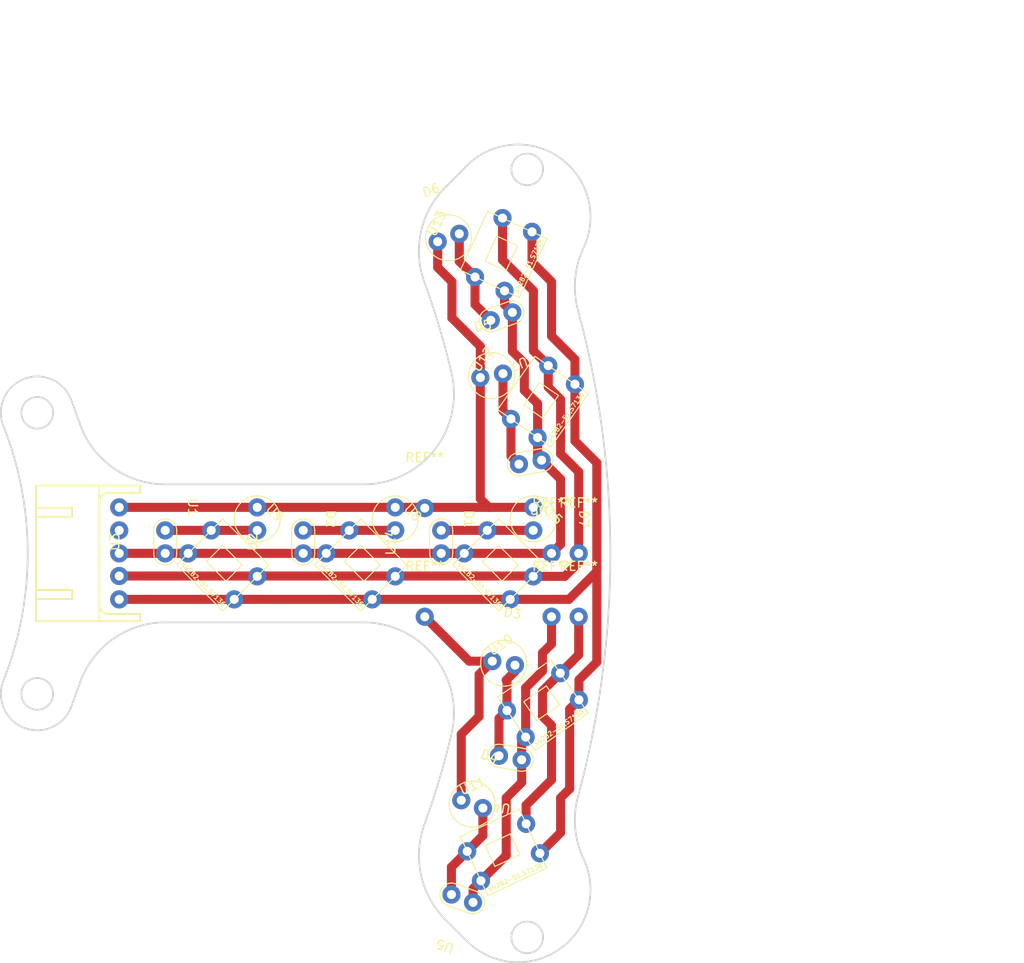
<source format=kicad_pcb>
(kicad_pcb (version 20211014) (generator pcbnew)
  (layers (0 "F.Cu" signal) (31 "B.Cu" signal) (34 "B.Paste" user) (35 "F.Paste" user) (36 "B.SilkS" user "B.Silkscreen") (37 "F.SilkS" user "F.Silkscreen") (38 "B.Mask" user) (39 "F.Mask" user) (44 "Edge.Cuts" user))
  (net 0 "")
  (net 1 "LINE_LED")
  (net 2 "Net-(D1-Pad2)")
  (net 3 "Net-(D2-Pad2)")
  (net 4 "Net-(D3-Pad2)")
  (net 5 "Net-(D4-Pad2)")
  (net 6 "Net-(D5-Pad2)")
  (net 7 "Net-(D6-Pad2)")
  (net 9 "+5V")
  (net 10 "GND")
  (net 11 "LINE_data")
  (net 12 "Net-(D7-Pad2)")
  (footprint "自分のフットプリント:S4282-51,S7136" (layer "F.Cu") (at 65.078154 -4.118153 -45)
    (fp_text reference "U9" (at 0 -0.5 -45 unlocked) (layer "F.SilkS"))
    (fp_text value "S1")
    (fp_text user "S4282-51,S7136" (at 0 10.668 -45 unlocked) (layer "F.SilkS") (effects (font (size 0.5 0.5) (thickness 0.1))))
    (fp_line (start 3.592102 11.212102) (end -3.592102 11.212102) (layer "F.SilkS") (width 0.12))
    (fp_line (start -3.592102 4.027898) (end 3.592102 4.027898) (layer "F.SilkS") (width 0.12))
    (fp_line (start -3.592102 11.212102) (end -3.592102 4.027898) (layer "F.SilkS") (width 0.12))
    (fp_line (start 3.592102 4.027898) (end 3.592102 11.212102) (layer "F.SilkS") (width 0.12))
    (fp_rect (start -1.524 6.096) (end 1.524 8.636) (layer "F.SilkS") (width 0.12) (fill none))
    (pad "1" thru_hole circle (at -3.592102 5.823949) (size 2 2) (drill 1) (layers *.Cu *.Mask) (net 3 "Net-(D2-Pad2)"))
    (pad "2" thru_hole circle (at -3.592102 9.416051) (size 2 2) (drill 1) (layers *.Cu *.Mask) (net 9 "+5V"))
    (pad "3" thru_hole circle (at 3.592102 9.416051) (size 2 2) (drill 1) (layers *.Cu *.Mask) (net 11 "LINE_data"))
    (pad "4" thru_hole circle (at 3.592102 5.823949) (size 2 2) (drill 1) (layers *.Cu *.Mask) (net 10 "GND"))
  )
  (footprint "自分のフットプリント:S4282-51,S7136" (layer "F.Cu") (at 83.793065 -36.232134 65)
    (fp_text reference "U13" (at 0 -0.5 65 unlocked) (layer "F.SilkS"))
    (fp_text value "S1")
    (fp_text user "S4282-51,S7136" (at 0 10.668 65 unlocked) (layer "F.SilkS") (effects (font (size 0.5 0.5) (thickness 0.1))))
    (fp_line (start -3.592102 4.027898) (end 3.592102 4.027898) (layer "F.SilkS") (width 0.12))
    (fp_line (start 3.592102 11.212102) (end -3.592102 11.212102) (layer "F.SilkS") (width 0.12))
    (fp_line (start -3.592102 11.212102) (end -3.592102 4.027898) (layer "F.SilkS") (width 0.12))
    (fp_line (start 3.592102 4.027898) (end 3.592102 11.212102) (layer "F.SilkS") (width 0.12))
    (fp_rect (start -1.524 6.096) (end 1.524 8.636) (layer "F.SilkS") (width 0.12) (fill none))
    (pad "1" thru_hole circle (at -3.592102 5.823949 110) (size 2 2) (drill 1) (layers *.Cu *.Mask) (net 7 "Net-(D6-Pad2)"))
    (pad "2" thru_hole circle (at -3.592102 9.416051 110) (size 2 2) (drill 1) (layers *.Cu *.Mask) (net 9 "+5V"))
    (pad "3" thru_hole circle (at 3.592102 9.416051 110) (size 2 2) (drill 1) (layers *.Cu *.Mask) (net 11 "LINE_data"))
    (pad "4" thru_hole circle (at 3.592102 5.823949 110) (size 2 2) (drill 1) (layers *.Cu *.Mask) (net 10 "GND"))
  )
  (footprint "自分のフットプリント:S4282-51,S7136" (layer "F.Cu") (at 80.318153 -4.118154 -45)
    (fp_text reference "U8" (at 0 -0.5 -45 unlocked) (layer "F.SilkS"))
    (fp_text value "S0")
    (fp_text user "S4282-51,S7136" (at 0 10.668 -45 unlocked) (layer "F.SilkS") (effects (font (size 0.5 0.5) (thickness 0.1))))
    (fp_line (start 3.592102 4.027898) (end 3.592102 11.212102) (layer "F.SilkS") (width 0.12))
    (fp_line (start 3.592102 11.212102) (end -3.592102 11.212102) (layer "F.SilkS") (width 0.12))
    (fp_line (start -3.592102 11.212102) (end -3.592102 4.027898) (layer "F.SilkS") (width 0.12))
    (fp_line (start -3.592102 4.027898) (end 3.592102 4.027898) (layer "F.SilkS") (width 0.12))
    (fp_rect (start -1.524 6.096) (end 1.524 8.636) (layer "F.SilkS") (width 0.12) (fill none))
    (pad "1" thru_hole circle (at -3.592102 5.823949) (size 2 2) (drill 1) (layers *.Cu *.Mask) (net 2 "Net-(D1-Pad2)"))
    (pad "2" thru_hole circle (at -3.592102 9.416051) (size 2 2) (drill 1) (layers *.Cu *.Mask) (net 9 "+5V"))
    (pad "3" thru_hole circle (at 3.592102 9.416051) (size 2 2) (drill 1) (layers *.Cu *.Mask) (net 11 "LINE_data"))
    (pad "4" thru_hole circle (at 3.592102 5.823949) (size 2 2) (drill 1) (layers *.Cu *.Mask) (net 10 "GND"))
  )
  (footprint "自分のフットプリント:LED" (layer "F.Cu") (at 91.594552 7.123448 -10)
    (fp_text reference "D3" (at 0 -0.5 -10 unlocked) (layer "F.SilkS"))
    (fp_text value "LED")
    (fp_circle (center 0 5.08) (end 0 2.54) (layer "F.SilkS") (width 0.12) (fill none))
    (pad "1" thru_hole circle (at -1.27 5.08 350) (size 2 2) (drill 1) (layers *.Cu *.Mask) (net 1 "LINE_LED"))
    (pad "2" thru_hole circle (at 1.27 5.08 350) (size 2 2) (drill 1) (layers *.Cu *.Mask) (net 4 "Net-(D3-Pad2)"))
  )
  (footprint "自分のフットプリント:ジャンパ線" (layer "F.Cu") (at 99 -5.08)
    (fp_text reference "REF**" (at 0 -0.5 unlocked) (layer "F.SilkS"))
    (fp_text value "ジャンパ線")
    (pad "1" thru_hole circle (at 0 5.08) (size 2 2) (drill 1) (layers F&B.Cu *.Mask))
  )
  (footprint "自分のフットプリント:セラミックコンデンサー" (layer "F.Cu") (at 48.26 -1.27 90)
    (fp_text reference "U3" (at 0 -0.5 90 unlocked) (layer "F.SilkS"))
    (fp_text value "セラミックコンデンサー")
    (fp_line (start -1.27 6.35) (end 1.27 6.35) (layer "F.SilkS") (width 0.12))
    (fp_line (start -1.27 3.81) (end 1.27 3.81) (layer "F.SilkS") (width 0.12))
    (fp_arc (start -1.27 6.35) (mid -2.54 5.08) (end -1.27 3.81) (layer "F.SilkS") (width 0.12))
    (fp_arc (start 1.27 3.81) (mid 2.54 5.08) (end 1.27 6.35) (layer "F.SilkS") (width 0.12))
    (pad "1" thru_hole circle (at -1.27 5.08 90) (size 2 2) (drill 1) (layers *.Cu *.Mask) (net 9 "+5V"))
    (pad "2" thru_hole circle (at 1.27 5.08 90) (size 2 2) (drill 1) (layers *.Cu *.Mask) (net 3 "Net-(D2-Pad2)"))
  )
  (footprint "自分のフットプリント:セラミックコンデンサー" (layer "F.Cu") (at 92.221602 -21.402366 -160)
    (fp_text reference "U7" (at 0 -0.5 -160 unlocked) (layer "F.SilkS"))
    (fp_text value "セラミックコンデンサー")
    (fp_line (start -1.27 6.35) (end 1.27 6.35) (layer "F.SilkS") (width 0.12))
    (fp_line (start -1.27 3.81) (end 1.27 3.81) (layer "F.SilkS") (width 0.12))
    (fp_arc (start -1.27 6.35) (mid -2.54 5.08) (end -1.27 3.81) (layer "F.SilkS") (width 0.12))
    (fp_arc (start 1.27 3.81) (mid 2.54 5.08) (end 1.27 6.35) (layer "F.SilkS") (width 0.12))
    (pad "1" thru_hole circle (at -1.27 5.08 200) (size 2 2) (drill 1) (layers *.Cu *.Mask) (net 9 "+5V"))
    (pad "2" thru_hole circle (at 1.27 5.08 200) (size 2 2) (drill 1) (layers *.Cu *.Mask) (net 7 "Net-(D6-Pad2)"))
  )
  (footprint "自分のフットプリント:S4282-51,S7136" (layer "F.Cu") (at 95.558153 -4.118154 -45)
    (fp_text reference "U15" (at 0 -0.5 -45 unlocked) (layer "F.SilkS"))
    (fp_text value "S0")
    (fp_text user "S4282-51,S7136" (at 0 10.668 -45 unlocked) (layer "F.SilkS") (effects (font (size 0.5 0.5) (thickness 0.1))))
    (fp_line (start -3.592102 4.027898) (end 3.592102 4.027898) (layer "F.SilkS") (width 0.12))
    (fp_line (start 3.592102 11.212102) (end -3.592102 11.212102) (layer "F.SilkS") (width 0.12))
    (fp_line (start 3.592102 4.027898) (end 3.592102 11.212102) (layer "F.SilkS") (width 0.12))
    (fp_line (start -3.592102 11.212102) (end -3.592102 4.027898) (layer "F.SilkS") (width 0.12))
    (fp_rect (start -1.524 6.096) (end 1.524 8.636) (layer "F.SilkS") (width 0.12) (fill none))
    (pad "1" thru_hole circle (at -3.592102 5.823949) (size 2 2) (drill 1) (layers *.Cu *.Mask) (net 12 "Net-(D7-Pad2)"))
    (pad "2" thru_hole circle (at -3.592102 9.416051) (size 2 2) (drill 1) (layers *.Cu *.Mask) (net 9 "+5V"))
    (pad "3" thru_hole circle (at 3.592102 9.416051) (size 2 2) (drill 1) (layers *.Cu *.Mask) (net 11 "LINE_data"))
    (pad "4" thru_hole circle (at 3.592102 5.823949) (size 2 2) (drill 1) (layers *.Cu *.Mask) (net 10 "GND"))
  )
  (footprint "自分のフットプリント:LED" (layer "F.Cu") (at 82.884933 -39.628189 20)
    (fp_text reference "D6" (at 0 -0.5 20 unlocked) (layer "F.SilkS"))
    (fp_text value "LED")
    (fp_circle (center 0 5.08) (end 0 2.54) (layer "F.SilkS") (width 0.12) (fill none))
    (pad "1" thru_hole circle (at -1.27 5.08 20) (size 2 2) (drill 1) (layers *.Cu *.Mask) (net 1 "LINE_LED"))
    (pad "2" thru_hole circle (at 1.27 5.08 20) (size 2 2) (drill 1) (layers *.Cu *.Mask) (net 7 "Net-(D6-Pad2)"))
  )
  (footprint "自分のフットプリント:S4282-51,S7136" (layer "F.Cu") (at 87.478779 26.105719 25)
    (fp_text reference "U11" (at 0 -0.5 25 unlocked) (layer "F.SilkS"))
    (fp_text value "S3")
    (fp_text user "S4282-51,S7136" (at 0 10.668 25 unlocked) (layer "F.SilkS") (effects (font (size 0.5 0.5) (thickness 0.1))))
    (fp_line (start -3.592102 11.212102) (end -3.592102 4.027898) (layer "F.SilkS") (width 0.12))
    (fp_line (start 3.592102 4.027898) (end 3.592102 11.212102) (layer "F.SilkS") (width 0.12))
    (fp_line (start -3.592102 4.027898) (end 3.592102 4.027898) (layer "F.SilkS") (width 0.12))
    (fp_line (start 3.592102 11.212102) (end -3.592102 11.212102) (layer "F.SilkS") (width 0.12))
    (fp_rect (start -1.524 6.096) (end 1.524 8.636) (layer "F.SilkS") (width 0.12) (fill none))
    (pad "1" thru_hole circle (at -3.592102 5.823949 70) (size 2 2) (drill 1) (layers *.Cu *.Mask) (net 5 "Net-(D4-Pad2)"))
    (pad "2" thru_hole circle (at -3.592102 9.416051 70) (size 2 2) (drill 1) (layers *.Cu *.Mask) (net 9 "+5V"))
    (pad "3" thru_hole circle (at 3.592102 9.416051 70) (size 2 2) (drill 1) (layers *.Cu *.Mask) (net 11 "LINE_data"))
    (pad "4" thru_hole circle (at 3.592102 5.823949 70) (size 2 2) (drill 1) (layers *.Cu *.Mask) (net 10 "GND"))
  )
  (footprint "自分のフットプリント:LED" (layer "F.Cu") (at 88.966051 22.920454 -20)
    (fp_text reference "D4" (at 0 -0.5 -20 unlocked) (layer "F.SilkS"))
    (fp_text value "LED")
    (fp_circle (center 0 5.08) (end 0 2.54) (layer "F.SilkS") (width 0.12) (fill none))
    (pad "1" thru_hole circle (at -1.27 5.08 340) (size 2 2) (drill 1) (layers *.Cu *.Mask) (net 1 "LINE_LED"))
    (pad "2" thru_hole circle (at 1.27 5.08 340) (size 2 2) (drill 1) (layers *.Cu *.Mask) (net 5 "Net-(D4-Pad2)"))
  )
  (footprint "自分のフットプリント:ジャンパ線" (layer "F.Cu") (at 99 1.92)
    (fp_text reference "REF**" (at 0 -0.5 unlocked) (layer "F.SilkS"))
    (fp_text value "ジャンパ線")
    (pad "1" thru_hole circle (at 0 5.08) (size 2 2) (drill 1) (layers F&B.Cu *.Mask))
  )
  (footprint "自分のフットプリント:LED" (layer "F.Cu") (at 83.82 -3.81 -90)
    (fp_text reference "D1" (at 0 -3.04 -90 unlocked) (layer "F.SilkS"))
    (fp_text value "LED")
    (fp_circle (center 0 5.08) (end 0 2.54) (layer "F.SilkS") (width 0.12) (fill none))
    (pad "1" thru_hole circle (at -1.27 5.08 270) (size 2 2) (drill 1) (layers *.Cu *.Mask) (net 1 "LINE_LED"))
    (pad "2" thru_hole circle (at 1.27 5.08 270) (size 2 2) (drill 1) (layers *.Cu *.Mask) (net 2 "Net-(D1-Pad2)"))
  )
  (footprint "自分のフットプリント:ジャンパ線" (layer "F.Cu") (at 82 1.92)
    (fp_text reference "REF**" (at 0 -0.5 unlocked) (layer "F.SilkS"))
    (fp_text value "ジャンパ線")
    (pad "1" thru_hole circle (at 0 5.08) (size 2 2) (drill 1) (layers F&B.Cu *.Mask))
  )
  (footprint "自分のフットプリント:セラミックコンデンサー" (layer "F.Cu") (at 63.5 -1.27 90)
    (fp_text reference "U2" (at 0 -0.5 90 unlocked) (layer "F.SilkS"))
    (fp_text value "セラミックコンデンサー")
    (fp_line (start -1.27 6.35) (end 1.27 6.35) (layer "F.SilkS") (width 0.12))
    (fp_line (start -1.27 3.81) (end 1.27 3.81) (layer "F.SilkS") (width 0.12))
    (fp_arc (start -1.27 6.35) (mid -2.54 5.08) (end -1.27 3.81) (layer "F.SilkS") (width 0.12))
    (fp_arc (start 1.27 3.81) (mid 2.54 5.08) (end 1.27 6.35) (layer "F.SilkS") (width 0.12))
    (pad "1" thru_hole circle (at -1.27 5.08 90) (size 2 2) (drill 1) (layers *.Cu *.Mask) (net 9 "+5V"))
    (pad "2" thru_hole circle (at 1.27 5.08 90) (size 2 2) (drill 1) (layers *.Cu *.Mask) (net 2 "Net-(D1-Pad2)"))
  )
  (footprint "自分のフットプリント:S4282-51,S7136" (layer "F.Cu") (at 88.811704 -21.131175 55)
    (fp_text reference "U12" (at 0 -0.5 55 unlocked) (layer "F.SilkS"))
    (fp_text value "S0")
    (fp_text user "S4282-51,S7136" (at 0 10.668 55 unlocked) (layer "F.SilkS") (effects (font (size 0.5 0.5) (thickness 0.1))))
    (fp_line (start 3.592102 4.027898) (end 3.592102 11.212102) (layer "F.SilkS") (width 0.12))
    (fp_line (start -3.592102 11.212102) (end -3.592102 4.027898) (layer "F.SilkS") (width 0.12))
    (fp_line (start -3.592102 4.027898) (end 3.592102 4.027898) (layer "F.SilkS") (width 0.12))
    (fp_line (start 3.592102 11.212102) (end -3.592102 11.212102) (layer "F.SilkS") (width 0.12))
    (fp_rect (start -1.524 6.096) (end 1.524 8.636) (layer "F.SilkS") (width 0.12) (fill none))
    (pad "1" thru_hole circle (at -3.592102 5.823949 100) (size 2 2) (drill 1) (layers *.Cu *.Mask) (net 6 "Net-(D5-Pad2)"))
    (pad "2" thru_hole circle (at -3.592102 9.416051 100) (size 2 2) (drill 1) (layers *.Cu *.Mask) (net 9 "+5V"))
    (pad "3" thru_hole circle (at 3.592102 9.416051 100) (size 2 2) (drill 1) (layers *.Cu *.Mask) (net 11 "LINE_data"))
    (pad "4" thru_hole circle (at 3.592102 5.823949 100) (size 2 2) (drill 1) (layers *.Cu *.Mask) (net 10 "GND"))
  )
  (footprint "自分のフットプリント:セラミックコンデンサー" (layer "F.Cu") (at 90.567433 27.575808 170)
    (fp_text reference "U4" (at 0 -0.5 170 unlocked) (layer "F.SilkS"))
    (fp_text value "セラミックコンデンサー")
    (fp_line (start -1.27 6.35) (end 1.27 6.35) (layer "F.SilkS") (width 0.12))
    (fp_line (start -1.27 3.81) (end 1.27 3.81) (layer "F.SilkS") (width 0.12))
    (fp_arc (start -1.27 6.35) (mid -2.54 5.08) (end -1.27 3.81) (layer "F.SilkS") (width 0.12))
    (fp_arc (start 1.27 3.81) (mid 2.54 5.08) (end 1.27 6.35) (layer "F.SilkS") (width 0.12))
    (pad "1" thru_hole circle (at -1.27 5.08 170) (size 2 2) (drill 1) (layers *.Cu *.Mask) (net 9 "+5V"))
    (pad "2" thru_hole circle (at 1.27 5.08 170) (size 2 2) (drill 1) (layers *.Cu *.Mask) (net 4 "Net-(D3-Pad2)"))
  )
  (footprint "自分のフットプリント:LED" (layer "F.Cu") (at 99.06 -3.81 -90)
    (fp_text reference "D7" (at 0 -0.5 -90 unlocked) (layer "F.SilkS"))
    (fp_text value "LED")
    (fp_circle (center 0 5.08) (end 0 2.54) (layer "F.SilkS") (width 0.12) (fill none))
    (pad "1" thru_hole circle (at -1.27 5.08 270) (size 2 2) (drill 1) (layers *.Cu *.Mask) (net 1 "LINE_LED"))
    (pad "2" thru_hole circle (at 1.27 5.08 270) (size 2 2) (drill 1) (layers *.Cu *.Mask) (net 12 "Net-(D7-Pad2)"))
  )
  (footprint "自分のフットプリント:LED" (layer "F.Cu") (at 68.58 -3.81 -90)
    (fp_text reference "D2" (at 0 -3.04 -90 unlocked) (layer "F.SilkS"))
    (fp_text value "LED")
    (fp_circle (center 0 5.08) (end 0 2.54) (layer "F.SilkS") (width 0.12) (fill none))
    (pad "1" thru_hole circle (at -1.27 5.08 270) (size 2 2) (drill 1) (layers *.Cu *.Mask) (net 1 "LINE_LED"))
    (pad "2" thru_hole circle (at 1.27 5.08 270) (size 2 2) (drill 1) (layers *.Cu *.Mask) (net 3 "Net-(D2-Pad2)"))
  )
  (footprint "自分のフットプリント:セラミックコンデンサー" (layer "F.Cu") (at 94.53703 -5.063103 -170)
    (fp_text reference "U6" (at 0 -0.5 -170 unlocked) (layer "F.SilkS"))
    (fp_text value "セラミックコンデンサー")
    (fp_line (start -1.27 3.81) (end 1.27 3.81) (layer "F.SilkS") (width 0.12))
    (fp_line (start -1.27 6.35) (end 1.27 6.35) (layer "F.SilkS") (width 0.12))
    (fp_arc (start -1.27 6.35) (mid -2.54 5.08) (end -1.27 3.81) (layer "F.SilkS") (width 0.12))
    (fp_arc (start 1.27 3.81) (mid 2.54 5.08) (end 1.27 6.35) (layer "F.SilkS") (width 0.12))
    (pad "1" thru_hole circle (at -1.27 5.08 190) (size 2 2) (drill 1) (layers *.Cu *.Mask) (net 9 "+5V"))
    (pad "2" thru_hole circle (at 1.27 5.08 190) (size 2 2) (drill 1) (layers *.Cu *.Mask) (net 6 "Net-(D5-Pad2)"))
  )
  (footprint "自分のフットプリント:ジャンパ線" (layer "F.Cu") (at 96 1.92)
    (fp_text reference "REF**" (at 0 -0.5 unlocked) (layer "F.SilkS"))
    (fp_text value "ジャンパ線")
    (pad "1" thru_hole circle (at 0 5.08) (size 2 2) (drill 1) (layers F&B.Cu *.Mask))
  )
  (footprint "自分のフットプリント:ジャンパ線" (layer "F.Cu") (at 96 -5.08)
    (fp_text reference "REF**" (at 0 -0.5 unlocked) (layer "F.SilkS"))
    (fp_text value "ジャンパ線")
    (pad "1" thru_hole circle (at 0 5.08) (size 2 2) (drill 1) (layers F&B.Cu *.Mask))
  )
  (footprint "自分のフットプリント:S4282-51,S7136" (layer "F.Cu") (at 90.68299 10.518584 35)
    (fp_text reference "U10" (at 0 -0.5 35 unlocked) (layer "F.SilkS"))
    (fp_text value "S2")
    (fp_text user "S4282-51,S7136" (at 0 10.668 35 unlocked) (layer "F.SilkS") (effects (font (size 0.5 0.5) (thickness 0.1))))
    (fp_line (start 3.592102 4.027898) (end 3.592102 11.212102) (layer "F.SilkS") (width 0.12))
    (fp_line (start -3.592102 11.212102) (end -3.592102 4.027898) (layer "F.SilkS") (width 0.12))
    (fp_line (start 3.592102 11.212102) (end -3.592102 11.212102) (layer "F.SilkS") (width 0.12))
    (fp_line (start -3.592102 4.027898) (end 3.592102 4.027898) (layer "F.SilkS") (width 0.12))
    (fp_rect (start -1.524 6.096) (end 1.524 8.636) (layer "F.SilkS") (width 0.12) (fill none))
    (pad "1" thru_hole circle (at -3.592102 5.823949 80) (size 2 2) (drill 1) (layers *.Cu *.Mask) (net 4 "Net-(D3-Pad2)"))
    (pad "2" thru_hole circle (at -3.592102 9.416051 80) (size 2 2) (drill 1) (layers *.Cu *.Mask) (net 9 "+5V"))
    (pad "3" thru_hole circle (at 3.592102 9.416051 80) (size 2 2) (drill 1) (layers *.Cu *.Mask) (net 11 "LINE_data"))
    (pad "4" thru_hole circle (at 3.592102 5.823949 80) (size 2 2) (drill 1) (layers *.Cu *.Mask) (net 10 "GND"))
  )
  (footprint "自分のフットプリント:セラミックコンデンサー" (layer "F.Cu") (at 84.403021 42.883739 160)
    (fp_text reference "U5" (at 0 -0.5 160 unlocked) (layer "F.SilkS"))
    (fp_text value "セラミックコンデンサー")
    (fp_line (start -1.27 6.35) (end 1.27 6.35) (layer "F.SilkS") (width 0.12))
    (fp_line (start -1.27 3.81) (end 1.27 3.81) (layer "F.SilkS") (width 0.12))
    (fp_arc (start -1.27 6.35) (mid -2.54 5.08) (end -1.27 3.81) (layer "F.SilkS") (width 0.12))
    (fp_arc (start 1.27 3.81) (mid 2.54 5.08) (end 1.27 6.35) (layer "F.SilkS") (width 0.12))
    (pad "1" thru_hole circle (at -1.27 5.08 160) (size 2 2) (drill 1) (layers *.Cu *.Mask) (net 9 "+5V"))
    (pad "2" thru_hole circle (at 1.27 5.08 160) (size 2 2) (drill 1) (layers *.Cu *.Mask) (net 5 "Net-(D4-Pad2)"))
  )
  (footprint "自分のフットプリント:L字コネクター5ピン" (layer "F.Cu") (at 55.88 -5.08 -90)
    (fp_text reference "U1" (at 0 -0.5 -90 unlocked) (layer "F.SilkS"))
    (fp_text value "コネクター5ピン")
    (fp_line (start 9.12 12.82) (end 10.12 12.82) (layer "F.SilkS") (width 0.2))
    (fp_line (start 5.12 16.82) (end 2.67 16.82) (layer "F.SilkS") (width 0.2))
    (fp_line (start -2.41 9.82) (end -2.41 5.32) (layer "F.SilkS") (width 0.2))
    (fp_line (start 2.67 16.82) (end 0.13 16.82) (layer "F.SilkS") (width 0.2))
    (fp_line (start 1.04 16.82) (end 1.04 12.82) (layer "F.SilkS") (width 0.2))
    (fp_line (start 4.47 9.82) (end 12.57 9.82) (layer "F.SilkS") (width 0.2))
    (fp_line (start -1.61 5.32) (end -1.61 8.82) (layer "F.SilkS") (width 0.2))
    (fp_line (start 10.12 16.82) (end 9.12 16.82) (layer "F.SilkS") (width 0.2))
    (fp_line (start 9.12 12.82) (end 9.12 16.82) (layer "F.SilkS") (width 0.2))
    (fp_line (start 2.67 9.82) (end 4.47 9.82) (layer "F.SilkS") (width 0.2))
    (fp_line (start -2.41 5.32) (end -1.61 5.32) (layer "F.SilkS") (width 0.2))
    (fp_line (start 1.04 12.82) (end 0.04 12.82) (layer "F.SilkS") (width 0.2))
    (fp_line (start -2.41 9.82) (end 1.93 9.82) (layer "F.SilkS") (width 0.2))
    (fp_line (start 1.93 9.82) (end 2.67 9.82) (layer "F.SilkS") (width 0.2))
    (fp_line (start 6.12 16.82) (end 5.12 16.82) (layer "F.SilkS") (width 0.2))
    (fp_line (start 0.13 16.82) (end -2.41 16.82) (layer "F.SilkS") (width 0.2))
    (fp_line (start 0.04 12.82) (end 0.04 16.82) (layer "F.SilkS") (width 0.2))
    (fp_line (start 10.12 12.82) (end 10.12 16.82) (layer "F.SilkS") (width 0.2))
    (fp_line (start 12.57 16.82) (end 10.12 16.82) (layer "F.SilkS") (width 0.2))
    (fp_line (start 12.57 9.82) (end 12.57 16.82) (layer "F.SilkS") (width 0.2))
    (fp_line (start 6.12 16.82) (end 9.12 16.82) (layer "F.SilkS") (width 0.2))
    (fp_line (start 11.77 8.82) (end 11.77 5.32) (layer "F.SilkS") (width 0.2))
    (fp_line (start 9.12 16.82) (end 9.12 12.82) (layer "F.SilkS") (width 0.2))
    (fp_line (start 11.77 5.32) (end 12.57 5.32) (layer "F.SilkS") (width 0.2))
    (fp_line (start 12.57 5.32) (end 12.57 9.82) (layer "F.SilkS") (width 0.2))
    (fp_line (start 9.12 16.82) (end 6.12 16.82) (layer "F.SilkS") (width 0.2))
    (fp_line (start -2.41 16.82) (end -2.41 9.82) (layer "F.SilkS") (width 0.2))
    (fp_arc (start -0.61 9.82) (mid -1.317107 9.527107) (end -1.61 8.82) (layer "F.SilkS") (width 0.2))
    (fp_arc (start 11.77 8.82) (mid 11.477107 9.527107) (end 10.77 9.82) (layer "F.SilkS") (width 0.2))
    (pad "1" thru_hole circle (at 0 7.62 90) (size 2 2) (drill 1) (layers *.Mask "F.Cu" "In1.Cu" "B.Cu") (net 1 "LINE_LED"))
    (pad "2" thru_hole circle (at 2.54 7.62 90) (size 2 2) (drill 1) (layers *.Mask "F.Cu" "In1.Cu" "B.Cu"))
    (pad "3" thru_hole circle (at 5.08 7.62 90) (size 2 2) (drill 1) (layers *.Mask "F.Cu" "In1.Cu" "B.Cu") (net 9 "+5V"))
    (pad "4" thru_hole circle (at 7.58 7.62 90) (size 2 2) (drill 1) (layers *.Cu *.Mask) (net 10 "GND"))
    (pad "5" thru_hole circle (at 10.16 7.62 90) (size 2 2) (drill 1) (layers *.Mask "F.Cu" "In1.Cu" "B.Cu") (net 11 "LINE_data"))
  )
  (footprint "自分のフットプリント:LED" (layer "F.Cu") (at 88.507088 -24.63333 10)
    (fp_text reference "D5" (at 0 -0.5 10 unlocked) (layer "F.SilkS"))
    (fp_text value "LED")
    (fp_circle (center 0 5.08) (end 0 2.54) (layer "F.SilkS") (width 0.12) (fill none))
    (pad "1" thru_hole circle (at -1.27 5.08 10) (size 2 2) (drill 1) (layers *.Cu *.Mask) (net 1 "LINE_LED"))
    (pad "2" thru_hole circle (at 1.27 5.08 10) (size 2 2) (drill 1) (layers *.Cu *.Mask) (net 6 "Net-(D5-Pad2)"))
  )
  (footprint "自分のフットプリント:ジャンパ線" (layer "F.Cu") (at 82 -10.08)
    (fp_text reference "REF**" (at 0 -0.5 unlocked) (layer "F.SilkS"))
    (fp_text value "ジャンパ線")
    (pad "1" thru_hole circle (at 0 5.08) (size 2 2) (drill 1) (layers *.Cu *.Mask))
  )
  (footprint "自分のフットプリント:セラミックコンデンサー" (layer "F.Cu") (at 78.74 -1.27 90)
    (fp_text reference "U14" (at 0 -0.5 90 unlocked) (layer "F.SilkS"))
    (fp_text value "セラミックコンデンサー")
    (fp_line (start -1.27 3.81) (end 1.27 3.81) (layer "F.SilkS") (width 0.12))
    (fp_line (start -1.27 6.35) (end 1.27 6.35) (layer "F.SilkS") (width 0.12))
    (fp_arc (start -1.27 6.35) (mid -2.54 5.08) (end -1.27 3.81) (layer "F.SilkS") (width 0.12))
    (fp_arc (start 1.27 3.81) (mid 2.54 5.08) (end 1.27 6.35) (layer "F.SilkS") (width 0.12))
    (pad "1" thru_hole circle (at -1.27 5.08 90) (size 2 2) (drill 1) (layers *.Cu *.Mask) (net 9 "+5V"))
    (pad "2" thru_hole circle (at 1.27 5.08 90) (size 2 2) (drill 1) (layers *.Cu *.Mask) (net 12 "Net-(D7-Pad2)"))
  )
  (gr_arc (start 99.5366 33.729414) (mid 98.615425 30.336998) (end 98.925122 26.835407) (layer "Edge.Cuts") (width 0.2))
  (gr_line (start 43.854037 -14.483855) (end 42.941954 -16.99843) (layer "Edge.Cuts") (width 0.2))
  (gr_arc (start 84.28454 40.443572) (mid 81.591375 35.53115) (end 81.962717 29.941237) (layer "Edge.Cuts") (width 0.2))
  (gr_arc (start 35.476595 -14.043268) (mid 38.155 0) (end 35.476595 14.043268) (layer "Edge.Cuts") (width 0.2))
  (gr_arc (start 98.925122 -26.835407) (mid 98.615425 -30.336998) (end 99.5366 -33.729414) (layer "Edge.Cuts") (width 0.2))
  (gr_line (start 75.224302 -7.62) (end 53.349541 -7.62) (layer "Edge.Cuts") (width 0.2))
  (gr_arc (start 81.962717 -29.941237) (mid 81.591375 -35.53115) (end 84.28454 -40.443572) (layer "Edge.Cuts") (width 0.2))
  (gr_line (start 84.28454 40.443572) (end 86.647971 42.807002) (layer "Edge.Cuts") (width 0.2))
  (gr_circle (center 39.209274 -15.520849) (end 37.459274 -15.520849) (layer "Edge.Cuts") (width 0.2) (fill none))
  (gr_arc (start 53.349541 -7.62) (mid 47.491276 -9.515636) (end 43.854037 -14.483855) (layer "Edge.Cuts") (width 0.2))
  (gr_circle (center 93.317263 -42.405227) (end 91.567263 -42.405227) (layer "Edge.Cuts") (width 0.2) (fill none))
  (gr_arc (start 99.5366 33.729414) (mid 96.911424 43.690733) (end 86.647971 42.807002) (layer "Edge.Cuts") (width 0.2))
  (gr_circle (center 93.317263 42.405227) (end 91.567263 42.405227) (layer "Edge.Cuts") (width 0.2) (fill none))
  (gr_arc (start 84.96077 19.900611) (mid 83.612595 24.965967) (end 81.962717 29.941237) (layer "Edge.Cuts") (width 0.2))
  (gr_arc (start 43.854037 14.483855) (mid 47.491276 9.515635) (end 53.349541 7.62) (layer "Edge.Cuts") (width 0.2))
  (gr_circle (center 39.209274 15.520849) (end 37.459274 15.520849) (layer "Edge.Cuts") (width 0.2) (fill none))
  (gr_arc (start 35.476595 -14.043268) (mid 37.731694 -19.253529) (end 42.941954 -16.99843) (layer "Edge.Cuts") (width 0.2))
  (gr_line (start 42.941954 16.99843) (end 43.854037 14.483855) (layer "Edge.Cuts") (width 0.2))
  (gr_arc (start 42.941954 16.99843) (mid 37.731694 19.253528) (end 35.476595 14.043268) (layer "Edge.Cuts") (width 0.2))
  (gr_arc (start 84.96077 -19.900611) (mid 83.060312 -11.407356) (end 75.224302 -7.62) (layer "Edge.Cuts") (width 0.2))
  (gr_arc (start 81.962717 -29.941237) (mid 83.612596 -24.965967) (end 84.96077 -19.900611) (layer "Edge.Cuts") (width 0.2))
  (gr_arc (start 86.647971 -42.807002) (mid 96.911424 -43.690734) (end 99.5366 -33.729414) (layer "Edge.Cuts") (width 0.2))
  (gr_line (start 86.647971 -42.807002) (end 84.28454 -40.443572) (layer "Edge.Cuts") (width 0.2))
  (gr_line (start 53.349541 7.62) (end 75.224302 7.62) (layer "Edge.Cuts") (width 0.2))
  (gr_arc (start 75.224302 7.62) (mid 83.060312 11.407356) (end 84.96077 19.900611) (layer "Edge.Cuts") (width 0.2))
  (gr_arc (start 98.925122 -26.835407) (mid 102.500348 0) (end 98.925122 26.835407) (layer "Edge.Cuts") (width 0.2))
  (segment (start 85 -26) (end 88.138515 -22.861485) (width 1) (layer "F.Cu") (net 1))
  (segment (start 83.428986 -34.420185) (end 83.428986 -31.571014) (width 1) (layer "F.Cu") (net 1))
  (segment (start 89.08 -5.08) (end 93.98 -5.08) (width 1) (layer "F.Cu") (net 1))
  (segment (start 48.26 -5.08) (end 89.08 -5.08) (width 1) (layer "F.Cu") (net 1))
  (segment (start 88.138515 -19.409973) (end 88.138515 -6.021485) (width 1) (layer "F.Cu") (net 1))
  (segment (start 85 -30) (end 85 -26) (width 1) (layer "F.Cu") (net 1))
  (segment (start 86.905738 11.905738) (end 82 7) (width 1) (layer "F.Cu") (net 1))
  (segment (start 88 13.367451) (end 88 18) (width 1) (layer "F.Cu") (net 1))
  (segment (start 88 18) (end 86.035179 19.964821) (width 1) (layer "F.Cu") (net 1))
  (segment (start 89.461713 11.905738) (end 88 13.367451) (width 1) (layer "F.Cu") (net 1))
  (segment (start 86.035179 19.964821) (end 86.035179 27.259727) (width 1) (layer "F.Cu") (net 1))
  (segment (start 88.138515 -6.021485) (end 89.08 -5.08) (width 1) (layer "F.Cu") (net 1))
  (segment (start 88.138515 -22.861485) (end 88.138515 -19.409973) (width 1) (layer "F.Cu") (net 1))
  (segment (start 83.428986 -31.571014) (end 85 -30) (width 1) (layer "F.Cu") (net 1))
  (segment (start 89.461713 11.905738) (end 86.905738 11.905738) (width 1) (layer "F.Cu") (net 1))
  (segment (start 68.58 -2.54) (end 78.74 -2.54) (width 1) (layer "F.Cu") (net 2))
  (segment (start 53.34 -2.54) (end 63.5 -2.54) (width 1) (layer "F.Cu") (net 3))
  (segment (start 91.963125 12.346805) (end 91.963125 13.036875) (width 1) (layer "F.Cu") (net 4))
  (segment (start 91.080992 14.080992) (end 91.080992 17.349629) (width 1) (layer "F.Cu") (net 4))
  (segment (start 91.963125 13.036875) (end 91 14) (width 1) (layer "F.Cu") (net 4))
  (segment (start 91 14) (end 91.080992 14.080992) (width 1) (layer "F.Cu") (net 4))
  (segment (start 90.19886 18.231761) (end 91.080992 17.349629) (width 1) (layer "F.Cu") (net 4))
  (segment (start 90.19886 22.352451) (end 90.19886 18.231761) (width 1) (layer "F.Cu") (net 4))
  (segment (start 84.947074 37.675735) (end 84.947074 34.639559) (width 1) (layer "F.Cu") (net 5))
  (segment (start 84.947074 34.639559) (end 86.684536 32.902097) (width 1) (layer "F.Cu") (net 5))
  (segment (start 88.421998 28.128458) (end 88.421998 31.164635) (width 1) (layer "F.Cu") (net 5))
  (segment (start 88.421998 31.164635) (end 86.684536 32.902097) (width 1) (layer "F.Cu") (net 5))
  (segment (start 91.522059 -14.848217) (end 91.522059 -10.727525) (width 1) (layer "F.Cu") (net 6))
  (segment (start 90.639927 -15.730349) (end 91.522059 -14.848217) (width 1) (layer "F.Cu") (net 6))
  (segment (start 91.522059 -10.727525) (end 92.404191 -9.845393) (width 1) (layer "F.Cu") (net 6))
  (segment (start 90.639927 -19.85104) (end 90.639927 -15.730349) (width 1) (layer "F.Cu") (net 6))
  (segment (start 87.553267 -27.479102) (end 89.29073 -25.741639) (width 1) (layer "F.Cu") (net 7))
  (segment (start 85.815805 -35.288916) (end 85.815805 -32.252739) (width 1) (layer "F.Cu") (net 7))
  (segment (start 87.553267 -30.515277) (end 87.553267 -27.479102) (width 1) (layer "F.Cu") (net 7))
  (segment (start 85.815805 -32.252739) (end 87.553267 -30.515277) (width 1) (layer "F.Cu") (net 7))
  (segment (start 94.464536 -12.787872) (end 94.464536 -10.727527) (width 1) (layer "F.Cu") (net 9))
  (segment (start 96 10) (end 96 7) (width 1) (layer "F.Cu") (net 9))
  (segment (start 94.464536 -16.535464) (end 94.464536 -12.787872) (width 1) (layer "F.Cu") (net 9))
  (segment (start 97 -8.192063) (end 97 -1) (width 1) (layer "F.Cu") (net 9))
  (segment (start 91 27) (end 92.700272 25.299728) (width 1) (layer "F.Cu") (net 9))
  (segment (start 92.700272 22.793518) (end 92.700272 20.733171) (width 1) (layer "F.Cu") (net 9))
  (segment (start 93.141337 20.292106) (end 93.141337 14.858663) (width 1) (layer "F.Cu") (net 9))
  (segment (start 88.202624 36.157647) (end 91 33.360271) (width 1) (layer "F.Cu") (net 9))
  (segment (start 87.333893 37.026378) (end 88.202624 36.157647) (width 1) (layer "F.Cu") (net 9))
  (segment (start 95 13) (end 95 11) (width 1) (layer "F.Cu") (net 9))
  (segment (start 90.808817 -28.997189) (end 90.808817 -27.479102) (width 1) (layer "F.Cu") (net 9))
  (segment (start 91.677549 -26.61037) (end 91.677549 -22.322451) (width 1) (layer "F.Cu") (net 9))
  (segment (start 90.808817 -27.479102) (end 91.677549 -26.61037) (width 1) (layer "F.Cu") (net 9))
  (segment (start 96 0) (end 86.36 0) (width 1) (layer "F.Cu") (net 9))
  (segment (start 93 -21) (end 93 -18) (width 1) (layer "F.Cu") (net 9))
  (segment (start 94.464536 -10.727527) (end 94.905603 -10.28646) (width 1) (layer "F.Cu") (net 9))
  (segment (start 48.26 0) (end 86.36 0) (width 1) (layer "F.Cu") (net 9))
  (segment (start 91 33.360271) (end 91 27) (width 1) (layer "F.Cu") (net 9))
  (segment (start 97 -1) (end 96 0) (width 1) (layer "F.Cu") (net 9))
  (segment (start 87.333893 38.544466) (end 87.333893 37.026378) (width 1) (layer "F.Cu") (net 9))
  (segment (start 92.700272 20.733171) (end 93.141337 20.292106) (width 1) (layer "F.Cu") (net 9))
  (segment (start 93 -18) (end 94.464536 -16.535464) (width 1) (layer "F.Cu") (net 9))
  (segment (start 94.905603 -10.28646) (end 97 -8.192063) (width 1) (layer "F.Cu") (net 9))
  (segment (start 92.700272 25.299728) (end 92.700272 22.793518) (width 1) (layer "F.Cu") (net 9))
  (segment (start 93.141337 14.858663) (end 95 13) (width 1) (layer "F.Cu") (net 9))
  (segment (start 95 11) (end 96 10) (width 1) (layer "F.Cu") (net 9))
  (segment (start 91.677549 -22.322451) (end 93 -21) (width 1) (layer "F.Cu") (net 9))
  (segment (start 94 -22.375922) (end 95.642749 -20.733173) (width 1) (layer "F.Cu") (net 10))
  (segment (start 96.965948 13.228939) (end 99 11.194887) (width 1) (layer "F.Cu") (net 10))
  (segment (start 97 -11) (end 99 -9) (width 1) (layer "F.Cu") (net 10))
  (segment (start 48.26 2.5) (end 93.939999 2.5) (width 1) (layer "F.Cu") (net 10))
  (segment (start 99 1) (end 97.46 2.54) (width 1) (layer "F.Cu") (net 10))
  (segment (start 94 -29) (end 94 -22.375922) (width 1) (layer "F.Cu") (net 10))
  (segment (start 96 19) (end 96 25) (width 1) (layer "F.Cu") (net 10))
  (segment (start 95 18) (end 96 19) (width 1) (layer "F.Cu") (net 10))
  (segment (start 96.965948 13.228939) (end 95 15.194887) (width 1) (layer "F.Cu") (net 10))
  (segment (start 93.939999 2.5) (end 93.979999 2.54) (width 1) (layer "F.Cu") (net 10))
  (segment (start 95 15.194887) (end 95 18) (width 1) (layer "F.Cu") (net 10))
  (segment (start 99 -9) (end 99 1) (width 1) (layer "F.Cu") (net 10))
  (segment (start 93.195636 27.804364) (end 93.195636 29.865921) (width 1) (layer "F.Cu") (net 10))
  (segment (start 90.589443 -37.026377) (end 90.589443 -32.410557) (width 1) (layer "F.Cu") (net 10))
  (segment (start 99 11.194887) (end 99 7) (width 1) (layer "F.Cu") (net 10))
  (segment (start 95.642749 -20.733173) (end 95.642749 -18.357251) (width 1) (layer "F.Cu") (net 10))
  (segment (start 96 25) (end 93.195636 27.804364) (width 1) (layer "F.Cu") (net 10))
  (segment (start 97 -17) (end 97 -11) (width 1) (layer "F.Cu") (net 10))
  (segment (start 90.589443 -32.410557) (end 94 -29) (width 1) (layer "F.Cu") (net 10))
  (segment (start 95.642749 -18.357251) (end 97 -17) (width 1) (layer "F.Cu") (net 10))
  (segment (start 97.46 2.54) (end 93.979999 2.54) (width 1) (layer "F.Cu") (net 10))
  (segment (start 98 26) (end 98 17.197709) (width 1) (layer "F.Cu") (net 11))
  (segment (start 98.585226 -12.414774) (end 101 -10) (width 1) (layer "F.Cu") (net 11))
  (segment (start 96 -24) (end 98.585226 -21.414774) (width 1) (layer "F.Cu") (net 11))
  (segment (start 98 17.197709) (end 99.026293 16.171416) (width 1) (layer "F.Cu") (net 11))
  (segment (start 97.920001 5.079999) (end 91.439999 5.079999) (width 1) (layer "F.Cu") (net 11))
  (segment (start 101 -10) (end 101 2) (width 1) (layer "F.Cu") (net 11))
  (segment (start 93.844993 -32.155007) (end 96 -30) (width 1) (layer "F.Cu") (net 11))
  (segment (start 48.26 5.08) (end 91.439999 5.079999) (width 1) (layer "F.Cu") (net 11))
  (segment (start 97 30.835195) (end 97 27) (width 1) (layer "F.Cu") (net 11))
  (segment (start 101 2) (end 101 12) (width 1) (layer "F.Cu") (net 11))
  (segment (start 101 2) (end 97.920001 5.079999) (width 1) (layer "F.Cu") (net 11))
  (segment (start 101 12) (end 99.026293 13.973707) (width 1) (layer "F.Cu") (net 11))
  (segment (start 98.585226 -21.414774) (end 98.585226 -18.672828) (width 1) (layer "F.Cu") (net 11))
  (segment (start 99.026293 13.973707) (end 99.026293 16.171416) (width 1) (layer "F.Cu") (net 11))
  (segment (start 94.713724 33.121471) (end 97 30.835195) (width 1) (layer "F.Cu") (net 11))
  (segment (start 98.585226 -18.672828) (end 98.585226 -12.414774) (width 1) (layer "F.Cu") (net 11))
  (segment (start 93.844993 -35.508289) (end 93.844993 -32.155007) (width 1) (layer "F.Cu") (net 11))
  (segment (start 96 -30) (end 96 -24) (width 1) (layer "F.Cu") (net 11))
  (segment (start 97 27) (end 98 26) (width 1) (layer "F.Cu") (net 11))
  (segment (start 83.82 -2.54) (end 93.98 -2.54) (width 1) (layer "F.Cu") (net 12))
)
</source>
